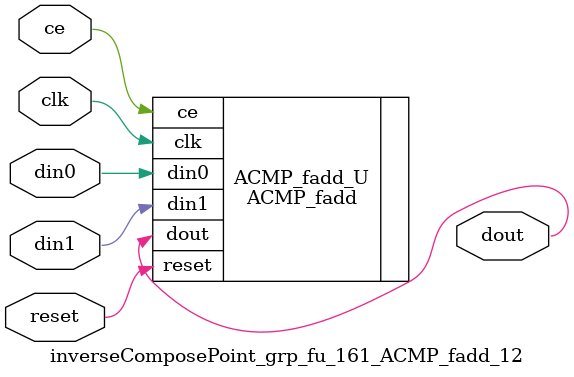
<source format=v>

`timescale 1 ns / 1 ps
module inverseComposePoint_grp_fu_161_ACMP_fadd_12(
    clk,
    reset,
    ce,
    din0,
    din1,
    dout);

parameter ID = 32'd1;
parameter NUM_STAGE = 32'd1;
parameter din0_WIDTH = 32'd1;
parameter din1_WIDTH = 32'd1;
parameter dout_WIDTH = 32'd1;
input clk;
input reset;
input ce;
input[din0_WIDTH - 1:0] din0;
input[din1_WIDTH - 1:0] din1;
output[dout_WIDTH - 1:0] dout;



ACMP_fadd #(
.ID( ID ),
.NUM_STAGE( 4 ),
.din0_WIDTH( din0_WIDTH ),
.din1_WIDTH( din1_WIDTH ),
.dout_WIDTH( dout_WIDTH ))
ACMP_fadd_U(
    .clk( clk ),
    .reset( reset ),
    .ce( ce ),
    .din0( din0 ),
    .din1( din1 ),
    .dout( dout ));

endmodule

</source>
